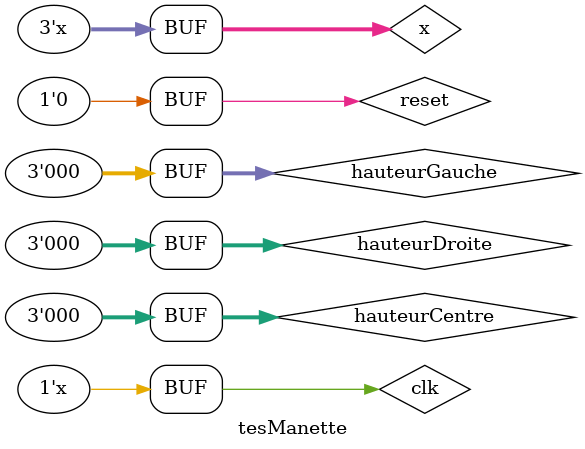
<source format=v>
`timescale 1ns / 1ps


module tesManette;

	// Inputs
	reg boutonPlus;
	reg boutonMoins;
	reg [2:0] hauteurGauche;
	reg [2:0] hauteurCentre;
	reg [2:0] hauteurDroite;
	reg [2:0] row;
	reg reset;
	reg clk;
	reg [2:0] x;

	// Outputs
	wire [1:0] Col;
	wire pressed;

	// Instantiate the Unit Under Test (UUT)
	Manette uut (
		.boutonPlus(boutonPlus), 
		.boutonMoins(boutonMoins), 
		.hauteurGauche(hauteurGauche), 
		.hauteurCentre(hauteurCentre), 
		.hauteurDroite(hauteurDroite), 
		.row(row), 
		.reset(reset), 
		.clk(clk), 
		.Col(Col)
	);

	initial begin
		// Initialize Inputs
		boutonPlus = 0;
		boutonMoins = 0;
		hauteurGauche = 0;
		hauteurCentre = 0;
		hauteurDroite = 0;
		row = 6;
		reset = 1;
		clk = 0;
		x = 0;
		// Wait 100 ns for global reset to finish
		#100;
        
		reset = 0;
		#100;
		// Add stimulus here

	end
	
	always #10 begin 
		clk = clk + 1;
	end
	
	always #10000 begin
		if (row>0) row = row - 1;
		else row = 6;
	end
	
	always #1000 begin 
		x=x+1;
		case (x)
		0: 	begin
				boutonPlus <= 1;
				boutonMoins <= 0;
			end
		2: 	begin
				boutonPlus <= 1;
				boutonMoins <= 0;
			end
		4:	begin
				boutonPlus <= 0;
				boutonMoins <= 1;
			end
		6:	begin
				boutonPlus <= 0;
				boutonMoins <= 1;
			end
		default:begin
				boutonPlus <= 0;
				boutonMoins <= 0;
			end
		endcase
		
		
		
		
		
	end
      
endmodule


</source>
